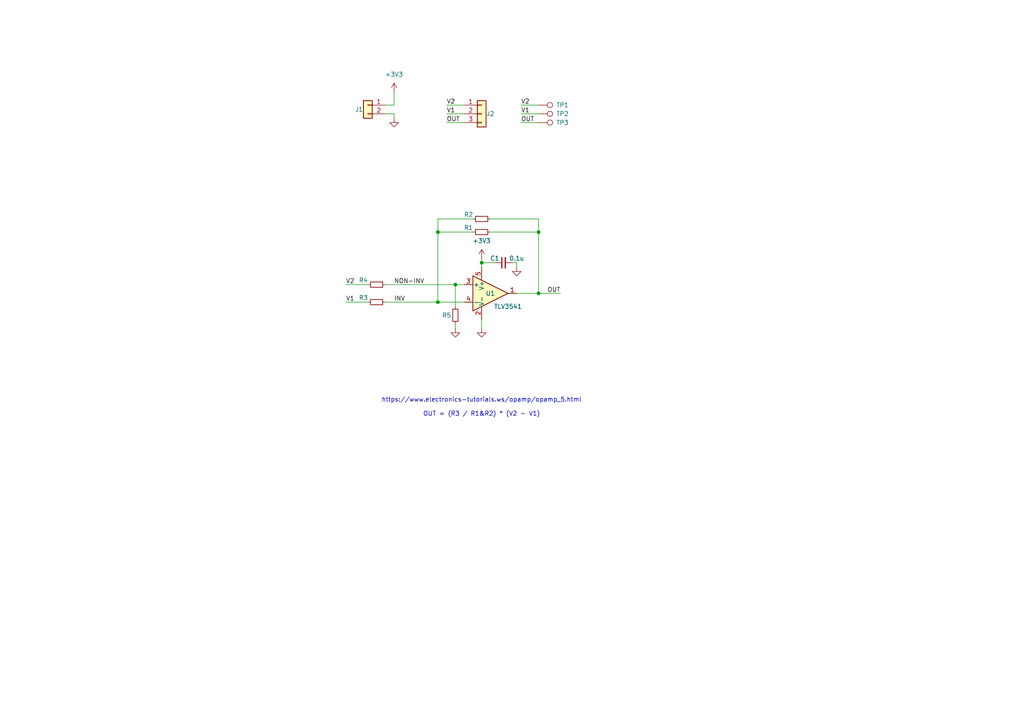
<source format=kicad_sch>
(kicad_sch (version 20231120) (generator "eeschema") (generator_version "8.0")
  (paper "A4")
  (lib_symbols
    (symbol "Connector:TestPoint" (pin_numbers hide) (pin_names (offset 0.762) hide)
      (property "Reference" "TP" (at 0 6.858 0))
      (property "Value" "TestPoint" (at 0 5.08 0))
      (symbol "TestPoint_0_1"
        (circle (center 0 3.302) (radius 0.762))
      )
      (symbol "TestPoint_1_1"
        (pin passive line (at 0 0 90) (length 2.54) (name "1") (number "1"))
      )
    )
    (symbol "Connector_Generic:Conn_01x02" (pin_names (offset 1.016) hide)
      (property "Reference" "J" (at 0 2.54 0))
      (property "Value" "Conn_01x02" (at 0 -5.08 0))
      (symbol "Conn_01x02_1_1"
        (rectangle (start -1.27 -2.413) (end 0 -2.667) (stroke (width 0.1524)))
        (rectangle (start -1.27 0.127) (end 0 -0.127) (stroke (width 0.1524)))
        (rectangle (start -1.27 1.27) (end 1.27 -3.81) (stroke (width 0.254)) (fill (type background)))
        (pin passive line (at -5.08 0 0) (length 3.81) (name "Pin_1") (number "1"))
        (pin passive line (at -5.08 -2.54 0) (length 3.81) (name "Pin_2") (number "2"))
      )
    )
    (symbol "Connector_Generic:Conn_01x03" (pin_names (offset 1.016) hide)
      (property "Reference" "J" (at 0 5.08 0))
      (property "Value" "Conn_01x03" (at 0 -5.08 0))
      (symbol "Conn_01x03_1_1"
        (rectangle (start -1.27 -2.413) (end 0 -2.667) (stroke (width 0.1524)))
        (rectangle (start -1.27 0.127) (end 0 -0.127) (stroke (width 0.1524)))
        (rectangle (start -1.27 2.667) (end 0 2.413) (stroke (width 0.1524)))
        (rectangle (start -1.27 3.81) (end 1.27 -3.81) (stroke (width 0.254)) (fill (type background)))
        (pin passive line (at -5.08 2.54 0) (length 3.81) (name "Pin_1") (number "1"))
        (pin passive line (at -5.08 0 0) (length 3.81) (name "Pin_2") (number "2"))
        (pin passive line (at -5.08 -2.54 0) (length 3.81) (name "Pin_3") (number "3"))
      )
    )
    (symbol "Device:C_Small" (pin_numbers hide) (pin_names (offset 0.254) hide)
      (property "Reference" "C" (at 0.254 1.778 0))
      (property "Value" "C_Small" (at 0.254 -2.032 0))
      (symbol "C_Small_0_1"
        (polyline (pts (xy -1.524 -0.508) (xy 1.524 -0.508)) (stroke (width 0.3302)))
        (polyline (pts (xy -1.524 0.508) (xy 1.524 0.508)) (stroke (width 0.3048)))
      )
      (symbol "C_Small_1_1"
        (pin passive line (at 0 2.54 270) (length 2.032) (name "~") (number "1"))
        (pin passive line (at 0 -2.54 90) (length 2.032) (name "~") (number "2"))
      )
    )
    (symbol "Device:R_Small" (pin_numbers hide) (pin_names (offset 0.254) hide)
      (property "Reference" "R" (at 0.762 0.508 0))
      (property "Value" "R_Small" (at 0.762 -1.016 0))
      (symbol "R_Small_0_1"
        (rectangle (start -0.762 1.778) (end 0.762 -1.778) (stroke (width 0.2032)))
      )
      (symbol "R_Small_1_1"
        (pin passive line (at 0 2.54 270) (length 0.762) (name "~") (number "1"))
        (pin passive line (at 0 -2.54 90) (length 0.762) (name "~") (number "2"))
      )
    )
    (symbol "SKEC_Symbols:TLV3541" (pin_names (offset 0.127))
      (property "Reference" "U" (at 7.62 2.54 0))
      (property "Value" "TLV3541" (at 11.43 -2.54 0))
      (symbol "TLV3541_0_1"
        (polyline (pts (xy -2.54 5.08) (xy -2.54 -5.08) (xy 7.62 0) (xy -2.54 5.08)) (stroke (width 0.254)) (fill (type background)))
      )
      (symbol "TLV3541_1_1"
        (pin output line (at 10.16 0 180) (length 2.54) (name "~") (number "1"))
        (pin power_in line (at 0 -7.62 90) (length 3.81) (name "V-") (number "2"))
        (pin input line (at -5.08 2.54 0) (length 2.54) (name "+") (number "3"))
        (pin input line (at -5.08 -2.54 0) (length 2.54) (name "-") (number "4"))
        (pin power_in line (at 0 7.62 270) (length 3.81) (name "V+") (number "5"))
      )
    )
    (symbol "power:+3V3" (power) (pin_numbers hide) (pin_names (offset 0) hide)
      (property "Value" "+3V3" (at 0 3.556 0))
      (symbol "+3V3_0_1"
        (polyline (pts (xy -0.762 1.27) (xy 0 2.54)))
        (polyline (pts (xy 0 0) (xy 0 2.54)))
        (polyline (pts (xy 0 2.54) (xy 0.762 1.27)))
      )
      (symbol "+3V3_1_1"
        (pin power_in line (at 0 0 90) (length 0) (name "~") (number "1"))
      )
    )
    (symbol "power:GND" (power) (pin_numbers hide) (pin_names (offset 0) hide)
      (property "Value" "GND" (at 0 -3.81 0))
      (symbol "GND_0_1"
        (polyline (pts (xy 0 0) (xy 0 -1.27) (xy 1.27 -1.27) (xy 0 -2.54) (xy -1.27 -1.27) (xy 0 -1.27)))
      )
      (symbol "GND_1_1"
        (pin power_in line (at 0 0 270) (length 0) (name "~") (number "1"))
      )
    )
  )
  (junction (at 156.21 67.31))
  (junction (at 127 87.63))
  (junction (at 156.21 85.09))
  (junction (at 139.7 76.2))
  (junction (at 132.08 82.55))
  (junction (at 127 67.31))
  (wire (pts (xy 129.54 35.56) (xy 134.62 35.56)))
  (wire (pts (xy 139.7 76.2) (xy 143.51 76.2)))
  (wire (pts (xy 100.33 87.63) (xy 106.68 87.63)))
  (wire (pts (xy 129.54 30.48) (xy 134.62 30.48)))
  (wire (pts (xy 149.86 85.09) (xy 156.21 85.09)))
  (wire (pts (xy 151.13 30.48) (xy 156.21 30.48)))
  (wire (pts (xy 111.76 33.02) (xy 114.3 33.02)))
  (wire (pts (xy 156.21 67.31) (xy 156.21 85.09)))
  (wire (pts (xy 132.08 82.55) (xy 134.62 82.55)))
  (wire (pts (xy 111.76 30.48) (xy 114.3 30.48)))
  (wire (pts (xy 134.62 87.63) (xy 127 87.63)))
  (wire (pts (xy 137.16 63.5) (xy 127 63.5)))
  (wire (pts (xy 129.54 33.02) (xy 134.62 33.02)))
  (wire (pts (xy 139.7 77.47) (xy 139.7 76.2)))
  (wire (pts (xy 127 63.5) (xy 127 67.31)))
  (wire (pts (xy 114.3 33.02) (xy 114.3 34.29)))
  (wire (pts (xy 132.08 82.55) (xy 132.08 88.9)))
  (wire (pts (xy 142.24 67.31) (xy 156.21 67.31)))
  (wire (pts (xy 162.56 85.09) (xy 156.21 85.09)))
  (wire (pts (xy 100.33 82.55) (xy 106.68 82.55)))
  (wire (pts (xy 151.13 33.02) (xy 156.21 33.02)))
  (wire (pts (xy 111.76 82.55) (xy 132.08 82.55)))
  (wire (pts (xy 149.86 76.2) (xy 149.86 77.47)))
  (wire (pts (xy 127 87.63) (xy 127 67.31)))
  (wire (pts (xy 111.76 87.63) (xy 127 87.63)))
  (wire (pts (xy 114.3 30.48) (xy 114.3 26.67)))
  (wire (pts (xy 139.7 74.93) (xy 139.7 76.2)))
  (wire (pts (xy 151.13 35.56) (xy 156.21 35.56)))
  (wire (pts (xy 156.21 63.5) (xy 156.21 67.31)))
  (wire (pts (xy 132.08 93.98) (xy 132.08 95.25)))
  (wire (pts (xy 139.7 92.71) (xy 139.7 95.25)))
  (wire (pts (xy 127 67.31) (xy 137.16 67.31)))
  (wire (pts (xy 142.24 63.5) (xy 156.21 63.5)))
  (wire (pts (xy 148.59 76.2) (xy 149.86 76.2)))
  (text "https://www.electronics-tutorials.ws/opamp/opamp_5.html\n\nOUT = (R3 / R1&R2) * (V2 - V1)" (at 139.7 118.11 0) (effects (font (size 1.27 1.27))))
  (label "V1" (at 151.13 33.02 0))
  (label "V2" (at 100.33 82.55 0))
  (label "V1" (at 100.33 87.63 0))
  (label "INV" (at 114.3 87.63 0))
  (label "V2" (at 129.54 30.48 0))
  (label "NON-INV" (at 114.3 82.55 0))
  (label "OUT" (at 151.13 35.56 0))
  (label "OUT" (at 162.56 85.09 180))
  (label "V2" (at 151.13 30.48 0))
  (label "OUT" (at 129.54 35.56 0))
  (label "V1" (at 129.54 33.02 0))
  (symbol (lib_id "power:+3V3") (at 139.7 74.93 0) (unit 1)
    (property "Reference" "#PWR02" (effects (hide yes)))
    (property "Value" "+3V3" (at 139.7 69.85 0))
    (property "Description" "Power symbol creates a global label with name \"+3V3\"" (effects (hide yes)))
  )
  (symbol (lib_id "power:GND") (at 114.3 34.29 0) (unit 1)
    (property "Reference" "#PWR06" (effects (hide yes)))
    (property "Value" "GND" (effects (hide yes)))
    (property "Description" "Power symbol creates a global label with name \"GND\" , ground" (effects (hide yes)))
  )
  (symbol (lib_id "Connector:TestPoint") (at 156.21 35.56 270) (unit 1)
    (property "Reference" "TP3" (at 161.29 35.5599 90) (effects (justify left)))
    (property "Value" "TestPoint" (effects (hide yes)))
    (property "Footprint" "TestPoint:TestPoint_Keystone_5000-5004_Miniature" (effects (hide yes)))
    (property "Description" "test point" (effects (hide yes)))
  )
  (symbol (lib_id "Device:R_Small") (at 139.7 67.31 90) (unit 1)
    (property "Reference" "R1" (at 135.89 66.04 90))
    (property "Value" "R_Small" (effects (hide yes)))
    (property "Footprint" "Resistor_SMD:R_0402_1005Metric" (effects (hide yes)))
    (property "Description" "Resistor, small symbol" (effects (hide yes)))
  )
  (symbol (lib_id "power:GND") (at 149.86 77.47 0) (unit 1)
    (property "Reference" "#PWR03" (effects (hide yes)))
    (property "Value" "GND" (effects (hide yes)))
    (property "Description" "Power symbol creates a global label with name \"GND\" , ground" (effects (hide yes)))
  )
  (symbol (lib_id "power:+3V3") (at 114.3 26.67 0) (unit 1)
    (property "Reference" "#PWR05" (effects (hide yes)))
    (property "Value" "+3V3" (at 114.3 21.59 0))
    (property "Description" "Power symbol creates a global label with name \"+3V3\"" (effects (hide yes)))
  )
  (symbol (lib_id "Connector_Generic:Conn_01x03") (at 139.7 33.02 0) (unit 1)
    (property "Reference" "J2" (at 142.24 33.02 0))
    (property "Value" "Conn_01x03" (effects (hide yes)))
    (property "Footprint" "Connector_PinHeader_2.54mm:PinHeader_1x03_P2.54mm_Vertical" (effects (hide yes)))
    (property "Description" "Generic connector, single row, 01x03, script generated (kicad-library-utils/schlib/autogen/connector/)" (effects (hide yes)))
  )
  (symbol (lib_id "SKEC_Symbols:TLV3541") (at 139.7 85.09 0) (unit 1)
    (property "Reference" "U1" (at 142.24 85.09 0))
    (property "Value" "TLV3541" (at 147.32 88.9 0))
    (property "Footprint" "Package_TO_SOT_SMD:SOT-23-5" (effects (hide yes)))
    (property "Datasheet" "https://www.ti.com/lit/ds/symlink/tlv3541.pdf" (effects (hide yes)))
    (property "Description" "Low-power Operational Amplifier, SOT-23" (effects (hide yes)))
    (property "MPN" "TLV3541IDBVR" (effects (hide yes)))
    (property "JLCPCB PN" "C845577" (effects (hide yes)))
  )
  (symbol (lib_id "Connector:TestPoint") (at 156.21 33.02 270) (unit 1)
    (property "Reference" "TP2" (at 161.29 33.0199 90) (effects (justify left)))
    (property "Value" "TestPoint" (effects (hide yes)))
    (property "Footprint" "TestPoint:TestPoint_Keystone_5000-5004_Miniature" (effects (hide yes)))
    (property "Description" "test point" (effects (hide yes)))
  )
  (symbol (lib_id "Device:C_Small") (at 146.05 76.2 90) (unit 1)
    (property "Reference" "C1" (at 143.51 74.93 90))
    (property "Value" "0.1u" (at 149.86 74.93 90))
    (property "Footprint" "Capacitor_SMD:C_0402_1005Metric" (effects (hide yes)))
    (property "Description" "Unpolarized capacitor, small symbol" (effects (hide yes)))
  )
  (symbol (lib_id "Device:R_Small") (at 139.7 63.5 90) (unit 1)
    (property "Reference" "R2" (at 135.89 62.23 90))
    (property "Value" "R_Small" (effects (hide yes)))
    (property "Footprint" "Resistor_SMD:R_0402_1005Metric" (effects (hide yes)))
    (property "Description" "Resistor, small symbol" (effects (hide yes)))
  )
  (symbol (lib_id "Connector_Generic:Conn_01x02") (at 106.68 30.48 0) (mirror y) (unit 1)
    (property "Reference" "J1" (at 104.14 31.75 0))
    (property "Value" "Conn_01x02" (effects (hide yes)))
    (property "Footprint" "Connector_PinHeader_2.54mm:PinHeader_1x02_P2.54mm_Vertical" (effects (hide yes)))
    (property "Description" "Generic connector, single row, 01x02, script generated (kicad-library-utils/schlib/autogen/connector/)" (effects (hide yes)))
  )
  (symbol (lib_id "Device:R_Small") (at 109.22 87.63 90) (unit 1)
    (property "Reference" "R3" (at 105.41 86.36 90))
    (property "Value" "R_Small" (effects (hide yes)))
    (property "Footprint" "Resistor_SMD:R_0402_1005Metric" (effects (hide yes)))
    (property "Description" "Resistor, small symbol" (effects (hide yes)))
  )
  (symbol (lib_id "Device:R_Small") (at 132.08 91.44 180) (unit 1)
    (property "Reference" "R5" (at 129.54 91.44 0))
    (property "Value" "R_Small" (effects (hide yes)))
    (property "Footprint" "Resistor_SMD:R_0402_1005Metric" (effects (hide yes)))
    (property "Description" "Resistor, small symbol" (effects (hide yes)))
  )
  (symbol (lib_id "Device:R_Small") (at 109.22 82.55 90) (unit 1)
    (property "Reference" "R4" (at 105.41 81.28 90))
    (property "Value" "R_Small" (effects (hide yes)))
    (property "Footprint" "Resistor_SMD:R_0402_1005Metric" (effects (hide yes)))
    (property "Description" "Resistor, small symbol" (effects (hide yes)))
  )
  (symbol (lib_id "Connector:TestPoint") (at 156.21 30.48 270) (unit 1)
    (property "Reference" "TP1" (at 161.29 30.4799 90) (effects (justify left)))
    (property "Value" "TestPoint" (effects (hide yes)))
    (property "Footprint" "TestPoint:TestPoint_Keystone_5000-5004_Miniature" (effects (hide yes)))
    (property "Description" "test point" (effects (hide yes)))
  )
  (symbol (lib_id "power:GND") (at 132.08 95.25 0) (unit 1)
    (property "Reference" "#PWR04" (effects (hide yes)))
    (property "Value" "GND" (effects (hide yes)))
    (property "Description" "Power symbol creates a global label with name \"GND\" , ground" (effects (hide yes)))
  )
  (symbol (lib_id "power:GND") (at 139.7 95.25 0) (unit 1)
    (property "Reference" "#PWR01" (effects (hide yes)))
    (property "Value" "GND" (effects (hide yes)))
    (property "Description" "Power symbol creates a global label with name \"GND\" , ground" (effects (hide yes)))
  )
)
</source>
